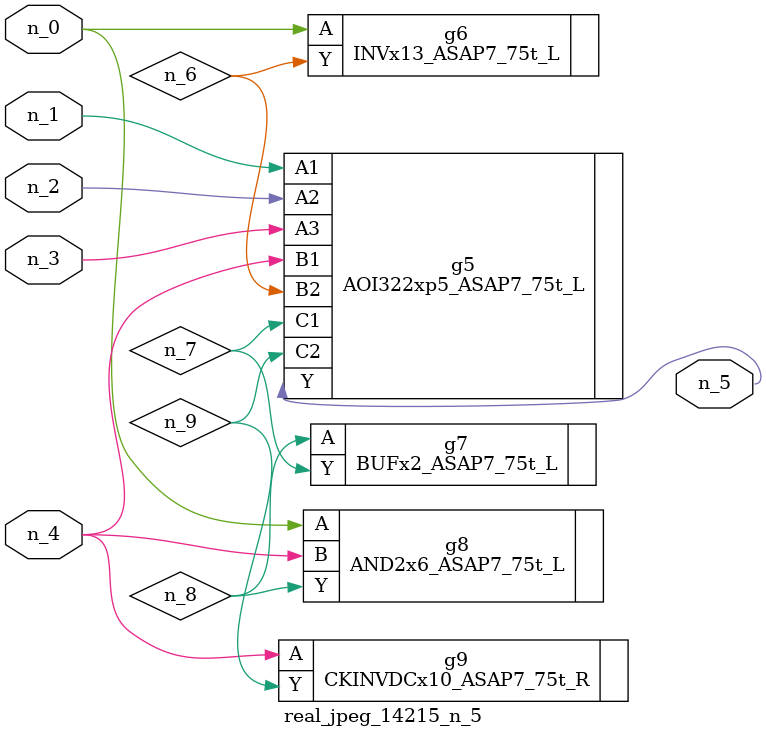
<source format=v>
module real_jpeg_14215_n_5 (n_4, n_0, n_1, n_2, n_3, n_5);

input n_4;
input n_0;
input n_1;
input n_2;
input n_3;

output n_5;

wire n_8;
wire n_6;
wire n_7;
wire n_9;

INVx13_ASAP7_75t_L g6 ( 
.A(n_0),
.Y(n_6)
);

AND2x6_ASAP7_75t_L g8 ( 
.A(n_0),
.B(n_4),
.Y(n_8)
);

AOI322xp5_ASAP7_75t_L g5 ( 
.A1(n_1),
.A2(n_2),
.A3(n_3),
.B1(n_4),
.B2(n_6),
.C1(n_7),
.C2(n_9),
.Y(n_5)
);

CKINVDCx10_ASAP7_75t_R g9 ( 
.A(n_4),
.Y(n_9)
);

BUFx2_ASAP7_75t_L g7 ( 
.A(n_8),
.Y(n_7)
);


endmodule
</source>
